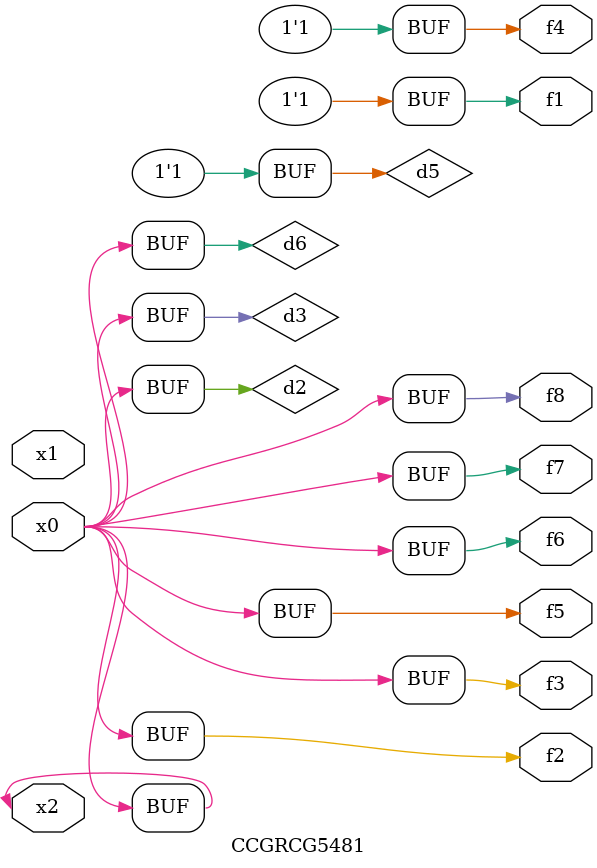
<source format=v>
module CCGRCG5481(
	input x0, x1, x2,
	output f1, f2, f3, f4, f5, f6, f7, f8
);

	wire d1, d2, d3, d4, d5, d6;

	xnor (d1, x2);
	buf (d2, x0, x2);
	and (d3, x0);
	xnor (d4, x1, x2);
	nand (d5, d1, d3);
	buf (d6, d2, d3);
	assign f1 = d5;
	assign f2 = d6;
	assign f3 = d6;
	assign f4 = d5;
	assign f5 = d6;
	assign f6 = d6;
	assign f7 = d6;
	assign f8 = d6;
endmodule

</source>
